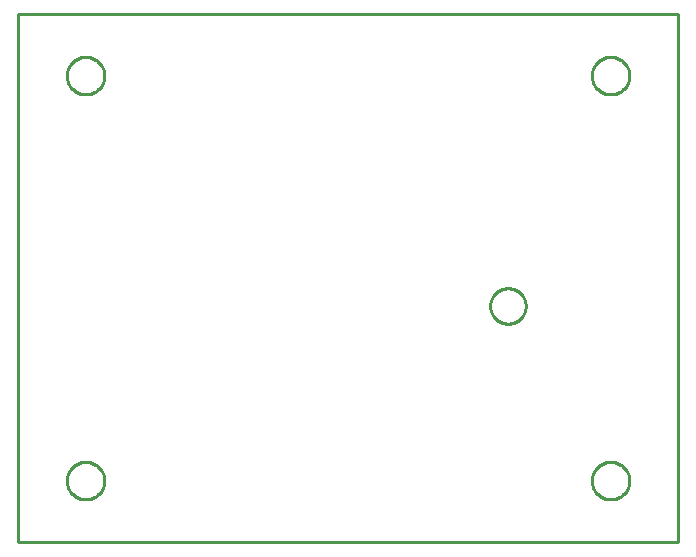
<source format=gbr>
G04 EAGLE Gerber X2 export*
%TF.Part,Single*%
%TF.FileFunction,Profile,NP*%
%TF.FilePolarity,Positive*%
%TF.GenerationSoftware,Autodesk,EAGLE,8.7.0*%
%TF.CreationDate,2018-04-13T05:44:18Z*%
G75*
%MOMM*%
%FSLAX34Y34*%
%LPD*%
%AMOC8*
5,1,8,0,0,1.08239X$1,22.5*%
G01*
%ADD10C,0.254000*%


D10*
X0Y0D02*
X558800Y0D01*
X558800Y447040D01*
X0Y447040D01*
X0Y0D01*
X73025Y51550D02*
X72957Y50513D01*
X72821Y49483D01*
X72619Y48463D01*
X72350Y47459D01*
X72015Y46475D01*
X71618Y45515D01*
X71158Y44583D01*
X70638Y43682D01*
X70061Y42818D01*
X69428Y41994D01*
X68743Y41212D01*
X68008Y40477D01*
X67226Y39792D01*
X66402Y39159D01*
X65538Y38582D01*
X64637Y38062D01*
X63705Y37602D01*
X62745Y37205D01*
X61761Y36870D01*
X60757Y36601D01*
X59737Y36399D01*
X58707Y36263D01*
X57670Y36195D01*
X56630Y36195D01*
X55593Y36263D01*
X54563Y36399D01*
X53543Y36601D01*
X52539Y36870D01*
X51555Y37205D01*
X50595Y37602D01*
X49663Y38062D01*
X48762Y38582D01*
X47898Y39159D01*
X47074Y39792D01*
X46292Y40477D01*
X45557Y41212D01*
X44872Y41994D01*
X44239Y42818D01*
X43662Y43682D01*
X43142Y44583D01*
X42682Y45515D01*
X42285Y46475D01*
X41950Y47459D01*
X41681Y48463D01*
X41479Y49483D01*
X41343Y50513D01*
X41275Y51550D01*
X41275Y52590D01*
X41343Y53627D01*
X41479Y54657D01*
X41681Y55677D01*
X41950Y56681D01*
X42285Y57665D01*
X42682Y58625D01*
X43142Y59557D01*
X43662Y60458D01*
X44239Y61322D01*
X44872Y62146D01*
X45557Y62928D01*
X46292Y63663D01*
X47074Y64348D01*
X47898Y64981D01*
X48762Y65558D01*
X49663Y66078D01*
X50595Y66538D01*
X51555Y66935D01*
X52539Y67270D01*
X53543Y67539D01*
X54563Y67741D01*
X55593Y67877D01*
X56630Y67945D01*
X57670Y67945D01*
X58707Y67877D01*
X59737Y67741D01*
X60757Y67539D01*
X61761Y67270D01*
X62745Y66935D01*
X63705Y66538D01*
X64637Y66078D01*
X65538Y65558D01*
X66402Y64981D01*
X67226Y64348D01*
X68008Y63663D01*
X68743Y62928D01*
X69428Y62146D01*
X70061Y61322D01*
X70638Y60458D01*
X71158Y59557D01*
X71618Y58625D01*
X72015Y57665D01*
X72350Y56681D01*
X72619Y55677D01*
X72821Y54657D01*
X72957Y53627D01*
X73025Y52590D01*
X73025Y51550D01*
X73025Y394450D02*
X72957Y393413D01*
X72821Y392383D01*
X72619Y391363D01*
X72350Y390359D01*
X72015Y389375D01*
X71618Y388415D01*
X71158Y387483D01*
X70638Y386582D01*
X70061Y385718D01*
X69428Y384894D01*
X68743Y384112D01*
X68008Y383377D01*
X67226Y382692D01*
X66402Y382059D01*
X65538Y381482D01*
X64637Y380962D01*
X63705Y380502D01*
X62745Y380105D01*
X61761Y379770D01*
X60757Y379501D01*
X59737Y379299D01*
X58707Y379163D01*
X57670Y379095D01*
X56630Y379095D01*
X55593Y379163D01*
X54563Y379299D01*
X53543Y379501D01*
X52539Y379770D01*
X51555Y380105D01*
X50595Y380502D01*
X49663Y380962D01*
X48762Y381482D01*
X47898Y382059D01*
X47074Y382692D01*
X46292Y383377D01*
X45557Y384112D01*
X44872Y384894D01*
X44239Y385718D01*
X43662Y386582D01*
X43142Y387483D01*
X42682Y388415D01*
X42285Y389375D01*
X41950Y390359D01*
X41681Y391363D01*
X41479Y392383D01*
X41343Y393413D01*
X41275Y394450D01*
X41275Y395490D01*
X41343Y396527D01*
X41479Y397557D01*
X41681Y398577D01*
X41950Y399581D01*
X42285Y400565D01*
X42682Y401525D01*
X43142Y402457D01*
X43662Y403358D01*
X44239Y404222D01*
X44872Y405046D01*
X45557Y405828D01*
X46292Y406563D01*
X47074Y407248D01*
X47898Y407881D01*
X48762Y408458D01*
X49663Y408978D01*
X50595Y409438D01*
X51555Y409835D01*
X52539Y410170D01*
X53543Y410439D01*
X54563Y410641D01*
X55593Y410777D01*
X56630Y410845D01*
X57670Y410845D01*
X58707Y410777D01*
X59737Y410641D01*
X60757Y410439D01*
X61761Y410170D01*
X62745Y409835D01*
X63705Y409438D01*
X64637Y408978D01*
X65538Y408458D01*
X66402Y407881D01*
X67226Y407248D01*
X68008Y406563D01*
X68743Y405828D01*
X69428Y405046D01*
X70061Y404222D01*
X70638Y403358D01*
X71158Y402457D01*
X71618Y401525D01*
X72015Y400565D01*
X72350Y399581D01*
X72619Y398577D01*
X72821Y397557D01*
X72957Y396527D01*
X73025Y395490D01*
X73025Y394450D01*
X517525Y394450D02*
X517457Y393413D01*
X517321Y392383D01*
X517119Y391363D01*
X516850Y390359D01*
X516515Y389375D01*
X516118Y388415D01*
X515658Y387483D01*
X515138Y386582D01*
X514561Y385718D01*
X513928Y384894D01*
X513243Y384112D01*
X512508Y383377D01*
X511726Y382692D01*
X510902Y382059D01*
X510038Y381482D01*
X509137Y380962D01*
X508205Y380502D01*
X507245Y380105D01*
X506261Y379770D01*
X505257Y379501D01*
X504237Y379299D01*
X503207Y379163D01*
X502170Y379095D01*
X501130Y379095D01*
X500093Y379163D01*
X499063Y379299D01*
X498043Y379501D01*
X497039Y379770D01*
X496055Y380105D01*
X495095Y380502D01*
X494163Y380962D01*
X493262Y381482D01*
X492398Y382059D01*
X491574Y382692D01*
X490792Y383377D01*
X490057Y384112D01*
X489372Y384894D01*
X488739Y385718D01*
X488162Y386582D01*
X487642Y387483D01*
X487182Y388415D01*
X486785Y389375D01*
X486450Y390359D01*
X486181Y391363D01*
X485979Y392383D01*
X485843Y393413D01*
X485775Y394450D01*
X485775Y395490D01*
X485843Y396527D01*
X485979Y397557D01*
X486181Y398577D01*
X486450Y399581D01*
X486785Y400565D01*
X487182Y401525D01*
X487642Y402457D01*
X488162Y403358D01*
X488739Y404222D01*
X489372Y405046D01*
X490057Y405828D01*
X490792Y406563D01*
X491574Y407248D01*
X492398Y407881D01*
X493262Y408458D01*
X494163Y408978D01*
X495095Y409438D01*
X496055Y409835D01*
X497039Y410170D01*
X498043Y410439D01*
X499063Y410641D01*
X500093Y410777D01*
X501130Y410845D01*
X502170Y410845D01*
X503207Y410777D01*
X504237Y410641D01*
X505257Y410439D01*
X506261Y410170D01*
X507245Y409835D01*
X508205Y409438D01*
X509137Y408978D01*
X510038Y408458D01*
X510902Y407881D01*
X511726Y407248D01*
X512508Y406563D01*
X513243Y405828D01*
X513928Y405046D01*
X514561Y404222D01*
X515138Y403358D01*
X515658Y402457D01*
X516118Y401525D01*
X516515Y400565D01*
X516850Y399581D01*
X517119Y398577D01*
X517321Y397557D01*
X517457Y396527D01*
X517525Y395490D01*
X517525Y394450D01*
X517525Y51550D02*
X517457Y50513D01*
X517321Y49483D01*
X517119Y48463D01*
X516850Y47459D01*
X516515Y46475D01*
X516118Y45515D01*
X515658Y44583D01*
X515138Y43682D01*
X514561Y42818D01*
X513928Y41994D01*
X513243Y41212D01*
X512508Y40477D01*
X511726Y39792D01*
X510902Y39159D01*
X510038Y38582D01*
X509137Y38062D01*
X508205Y37602D01*
X507245Y37205D01*
X506261Y36870D01*
X505257Y36601D01*
X504237Y36399D01*
X503207Y36263D01*
X502170Y36195D01*
X501130Y36195D01*
X500093Y36263D01*
X499063Y36399D01*
X498043Y36601D01*
X497039Y36870D01*
X496055Y37205D01*
X495095Y37602D01*
X494163Y38062D01*
X493262Y38582D01*
X492398Y39159D01*
X491574Y39792D01*
X490792Y40477D01*
X490057Y41212D01*
X489372Y41994D01*
X488739Y42818D01*
X488162Y43682D01*
X487642Y44583D01*
X487182Y45515D01*
X486785Y46475D01*
X486450Y47459D01*
X486181Y48463D01*
X485979Y49483D01*
X485843Y50513D01*
X485775Y51550D01*
X485775Y52590D01*
X485843Y53627D01*
X485979Y54657D01*
X486181Y55677D01*
X486450Y56681D01*
X486785Y57665D01*
X487182Y58625D01*
X487642Y59557D01*
X488162Y60458D01*
X488739Y61322D01*
X489372Y62146D01*
X490057Y62928D01*
X490792Y63663D01*
X491574Y64348D01*
X492398Y64981D01*
X493262Y65558D01*
X494163Y66078D01*
X495095Y66538D01*
X496055Y66935D01*
X497039Y67270D01*
X498043Y67539D01*
X499063Y67741D01*
X500093Y67877D01*
X501130Y67945D01*
X502170Y67945D01*
X503207Y67877D01*
X504237Y67741D01*
X505257Y67539D01*
X506261Y67270D01*
X507245Y66935D01*
X508205Y66538D01*
X509137Y66078D01*
X510038Y65558D01*
X510902Y64981D01*
X511726Y64348D01*
X512508Y63663D01*
X513243Y62928D01*
X513928Y62146D01*
X514561Y61322D01*
X515138Y60458D01*
X515658Y59557D01*
X516118Y58625D01*
X516515Y57665D01*
X516850Y56681D01*
X517119Y55677D01*
X517321Y54657D01*
X517457Y53627D01*
X517525Y52590D01*
X517525Y51550D01*
X429750Y199484D02*
X429674Y198416D01*
X429521Y197355D01*
X429293Y196308D01*
X428991Y195280D01*
X428617Y194276D01*
X428172Y193301D01*
X427658Y192361D01*
X427079Y191460D01*
X426437Y190602D01*
X425735Y189792D01*
X424978Y189035D01*
X424168Y188333D01*
X423310Y187691D01*
X422409Y187112D01*
X421469Y186598D01*
X420494Y186153D01*
X419490Y185779D01*
X418462Y185477D01*
X417415Y185249D01*
X416354Y185096D01*
X415286Y185020D01*
X414214Y185020D01*
X413146Y185096D01*
X412085Y185249D01*
X411038Y185477D01*
X410010Y185779D01*
X409006Y186153D01*
X408031Y186598D01*
X407091Y187112D01*
X406190Y187691D01*
X405332Y188333D01*
X404522Y189035D01*
X403765Y189792D01*
X403063Y190602D01*
X402421Y191460D01*
X401842Y192361D01*
X401328Y193301D01*
X400883Y194276D01*
X400509Y195280D01*
X400207Y196308D01*
X399979Y197355D01*
X399826Y198416D01*
X399750Y199484D01*
X399750Y200556D01*
X399826Y201624D01*
X399979Y202685D01*
X400207Y203732D01*
X400509Y204760D01*
X400883Y205764D01*
X401328Y206739D01*
X401842Y207679D01*
X402421Y208580D01*
X403063Y209438D01*
X403765Y210248D01*
X404522Y211005D01*
X405332Y211707D01*
X406190Y212349D01*
X407091Y212928D01*
X408031Y213442D01*
X409006Y213887D01*
X410010Y214261D01*
X411038Y214563D01*
X412085Y214791D01*
X413146Y214944D01*
X414214Y215020D01*
X415286Y215020D01*
X416354Y214944D01*
X417415Y214791D01*
X418462Y214563D01*
X419490Y214261D01*
X420494Y213887D01*
X421469Y213442D01*
X422409Y212928D01*
X423310Y212349D01*
X424168Y211707D01*
X424978Y211005D01*
X425735Y210248D01*
X426437Y209438D01*
X427079Y208580D01*
X427658Y207679D01*
X428172Y206739D01*
X428617Y205764D01*
X428991Y204760D01*
X429293Y203732D01*
X429521Y202685D01*
X429674Y201624D01*
X429750Y200556D01*
X429750Y199484D01*
X73025Y51550D02*
X72957Y50513D01*
X72821Y49483D01*
X72619Y48463D01*
X72350Y47459D01*
X72015Y46475D01*
X71618Y45515D01*
X71158Y44583D01*
X70638Y43682D01*
X70061Y42818D01*
X69428Y41994D01*
X68743Y41212D01*
X68008Y40477D01*
X67226Y39792D01*
X66402Y39159D01*
X65538Y38582D01*
X64637Y38062D01*
X63705Y37602D01*
X62745Y37205D01*
X61761Y36870D01*
X60757Y36601D01*
X59737Y36399D01*
X58707Y36263D01*
X57670Y36195D01*
X56630Y36195D01*
X55593Y36263D01*
X54563Y36399D01*
X53543Y36601D01*
X52539Y36870D01*
X51555Y37205D01*
X50595Y37602D01*
X49663Y38062D01*
X48762Y38582D01*
X47898Y39159D01*
X47074Y39792D01*
X46292Y40477D01*
X45557Y41212D01*
X44872Y41994D01*
X44239Y42818D01*
X43662Y43682D01*
X43142Y44583D01*
X42682Y45515D01*
X42285Y46475D01*
X41950Y47459D01*
X41681Y48463D01*
X41479Y49483D01*
X41343Y50513D01*
X41275Y51550D01*
X41275Y52590D01*
X41343Y53627D01*
X41479Y54657D01*
X41681Y55677D01*
X41950Y56681D01*
X42285Y57665D01*
X42682Y58625D01*
X43142Y59557D01*
X43662Y60458D01*
X44239Y61322D01*
X44872Y62146D01*
X45557Y62928D01*
X46292Y63663D01*
X47074Y64348D01*
X47898Y64981D01*
X48762Y65558D01*
X49663Y66078D01*
X50595Y66538D01*
X51555Y66935D01*
X52539Y67270D01*
X53543Y67539D01*
X54563Y67741D01*
X55593Y67877D01*
X56630Y67945D01*
X57670Y67945D01*
X58707Y67877D01*
X59737Y67741D01*
X60757Y67539D01*
X61761Y67270D01*
X62745Y66935D01*
X63705Y66538D01*
X64637Y66078D01*
X65538Y65558D01*
X66402Y64981D01*
X67226Y64348D01*
X68008Y63663D01*
X68743Y62928D01*
X69428Y62146D01*
X70061Y61322D01*
X70638Y60458D01*
X71158Y59557D01*
X71618Y58625D01*
X72015Y57665D01*
X72350Y56681D01*
X72619Y55677D01*
X72821Y54657D01*
X72957Y53627D01*
X73025Y52590D01*
X73025Y51550D01*
X73025Y394450D02*
X72957Y393413D01*
X72821Y392383D01*
X72619Y391363D01*
X72350Y390359D01*
X72015Y389375D01*
X71618Y388415D01*
X71158Y387483D01*
X70638Y386582D01*
X70061Y385718D01*
X69428Y384894D01*
X68743Y384112D01*
X68008Y383377D01*
X67226Y382692D01*
X66402Y382059D01*
X65538Y381482D01*
X64637Y380962D01*
X63705Y380502D01*
X62745Y380105D01*
X61761Y379770D01*
X60757Y379501D01*
X59737Y379299D01*
X58707Y379163D01*
X57670Y379095D01*
X56630Y379095D01*
X55593Y379163D01*
X54563Y379299D01*
X53543Y379501D01*
X52539Y379770D01*
X51555Y380105D01*
X50595Y380502D01*
X49663Y380962D01*
X48762Y381482D01*
X47898Y382059D01*
X47074Y382692D01*
X46292Y383377D01*
X45557Y384112D01*
X44872Y384894D01*
X44239Y385718D01*
X43662Y386582D01*
X43142Y387483D01*
X42682Y388415D01*
X42285Y389375D01*
X41950Y390359D01*
X41681Y391363D01*
X41479Y392383D01*
X41343Y393413D01*
X41275Y394450D01*
X41275Y395490D01*
X41343Y396527D01*
X41479Y397557D01*
X41681Y398577D01*
X41950Y399581D01*
X42285Y400565D01*
X42682Y401525D01*
X43142Y402457D01*
X43662Y403358D01*
X44239Y404222D01*
X44872Y405046D01*
X45557Y405828D01*
X46292Y406563D01*
X47074Y407248D01*
X47898Y407881D01*
X48762Y408458D01*
X49663Y408978D01*
X50595Y409438D01*
X51555Y409835D01*
X52539Y410170D01*
X53543Y410439D01*
X54563Y410641D01*
X55593Y410777D01*
X56630Y410845D01*
X57670Y410845D01*
X58707Y410777D01*
X59737Y410641D01*
X60757Y410439D01*
X61761Y410170D01*
X62745Y409835D01*
X63705Y409438D01*
X64637Y408978D01*
X65538Y408458D01*
X66402Y407881D01*
X67226Y407248D01*
X68008Y406563D01*
X68743Y405828D01*
X69428Y405046D01*
X70061Y404222D01*
X70638Y403358D01*
X71158Y402457D01*
X71618Y401525D01*
X72015Y400565D01*
X72350Y399581D01*
X72619Y398577D01*
X72821Y397557D01*
X72957Y396527D01*
X73025Y395490D01*
X73025Y394450D01*
X517525Y394450D02*
X517457Y393413D01*
X517321Y392383D01*
X517119Y391363D01*
X516850Y390359D01*
X516515Y389375D01*
X516118Y388415D01*
X515658Y387483D01*
X515138Y386582D01*
X514561Y385718D01*
X513928Y384894D01*
X513243Y384112D01*
X512508Y383377D01*
X511726Y382692D01*
X510902Y382059D01*
X510038Y381482D01*
X509137Y380962D01*
X508205Y380502D01*
X507245Y380105D01*
X506261Y379770D01*
X505257Y379501D01*
X504237Y379299D01*
X503207Y379163D01*
X502170Y379095D01*
X501130Y379095D01*
X500093Y379163D01*
X499063Y379299D01*
X498043Y379501D01*
X497039Y379770D01*
X496055Y380105D01*
X495095Y380502D01*
X494163Y380962D01*
X493262Y381482D01*
X492398Y382059D01*
X491574Y382692D01*
X490792Y383377D01*
X490057Y384112D01*
X489372Y384894D01*
X488739Y385718D01*
X488162Y386582D01*
X487642Y387483D01*
X487182Y388415D01*
X486785Y389375D01*
X486450Y390359D01*
X486181Y391363D01*
X485979Y392383D01*
X485843Y393413D01*
X485775Y394450D01*
X485775Y395490D01*
X485843Y396527D01*
X485979Y397557D01*
X486181Y398577D01*
X486450Y399581D01*
X486785Y400565D01*
X487182Y401525D01*
X487642Y402457D01*
X488162Y403358D01*
X488739Y404222D01*
X489372Y405046D01*
X490057Y405828D01*
X490792Y406563D01*
X491574Y407248D01*
X492398Y407881D01*
X493262Y408458D01*
X494163Y408978D01*
X495095Y409438D01*
X496055Y409835D01*
X497039Y410170D01*
X498043Y410439D01*
X499063Y410641D01*
X500093Y410777D01*
X501130Y410845D01*
X502170Y410845D01*
X503207Y410777D01*
X504237Y410641D01*
X505257Y410439D01*
X506261Y410170D01*
X507245Y409835D01*
X508205Y409438D01*
X509137Y408978D01*
X510038Y408458D01*
X510902Y407881D01*
X511726Y407248D01*
X512508Y406563D01*
X513243Y405828D01*
X513928Y405046D01*
X514561Y404222D01*
X515138Y403358D01*
X515658Y402457D01*
X516118Y401525D01*
X516515Y400565D01*
X516850Y399581D01*
X517119Y398577D01*
X517321Y397557D01*
X517457Y396527D01*
X517525Y395490D01*
X517525Y394450D01*
X517525Y51550D02*
X517457Y50513D01*
X517321Y49483D01*
X517119Y48463D01*
X516850Y47459D01*
X516515Y46475D01*
X516118Y45515D01*
X515658Y44583D01*
X515138Y43682D01*
X514561Y42818D01*
X513928Y41994D01*
X513243Y41212D01*
X512508Y40477D01*
X511726Y39792D01*
X510902Y39159D01*
X510038Y38582D01*
X509137Y38062D01*
X508205Y37602D01*
X507245Y37205D01*
X506261Y36870D01*
X505257Y36601D01*
X504237Y36399D01*
X503207Y36263D01*
X502170Y36195D01*
X501130Y36195D01*
X500093Y36263D01*
X499063Y36399D01*
X498043Y36601D01*
X497039Y36870D01*
X496055Y37205D01*
X495095Y37602D01*
X494163Y38062D01*
X493262Y38582D01*
X492398Y39159D01*
X491574Y39792D01*
X490792Y40477D01*
X490057Y41212D01*
X489372Y41994D01*
X488739Y42818D01*
X488162Y43682D01*
X487642Y44583D01*
X487182Y45515D01*
X486785Y46475D01*
X486450Y47459D01*
X486181Y48463D01*
X485979Y49483D01*
X485843Y50513D01*
X485775Y51550D01*
X485775Y52590D01*
X485843Y53627D01*
X485979Y54657D01*
X486181Y55677D01*
X486450Y56681D01*
X486785Y57665D01*
X487182Y58625D01*
X487642Y59557D01*
X488162Y60458D01*
X488739Y61322D01*
X489372Y62146D01*
X490057Y62928D01*
X490792Y63663D01*
X491574Y64348D01*
X492398Y64981D01*
X493262Y65558D01*
X494163Y66078D01*
X495095Y66538D01*
X496055Y66935D01*
X497039Y67270D01*
X498043Y67539D01*
X499063Y67741D01*
X500093Y67877D01*
X501130Y67945D01*
X502170Y67945D01*
X503207Y67877D01*
X504237Y67741D01*
X505257Y67539D01*
X506261Y67270D01*
X507245Y66935D01*
X508205Y66538D01*
X509137Y66078D01*
X510038Y65558D01*
X510902Y64981D01*
X511726Y64348D01*
X512508Y63663D01*
X513243Y62928D01*
X513928Y62146D01*
X514561Y61322D01*
X515138Y60458D01*
X515658Y59557D01*
X516118Y58625D01*
X516515Y57665D01*
X516850Y56681D01*
X517119Y55677D01*
X517321Y54657D01*
X517457Y53627D01*
X517525Y52590D01*
X517525Y51550D01*
X429750Y199484D02*
X429674Y198416D01*
X429521Y197355D01*
X429293Y196308D01*
X428991Y195280D01*
X428617Y194276D01*
X428172Y193301D01*
X427658Y192361D01*
X427079Y191460D01*
X426437Y190602D01*
X425735Y189792D01*
X424978Y189035D01*
X424168Y188333D01*
X423310Y187691D01*
X422409Y187112D01*
X421469Y186598D01*
X420494Y186153D01*
X419490Y185779D01*
X418462Y185477D01*
X417415Y185249D01*
X416354Y185096D01*
X415286Y185020D01*
X414214Y185020D01*
X413146Y185096D01*
X412085Y185249D01*
X411038Y185477D01*
X410010Y185779D01*
X409006Y186153D01*
X408031Y186598D01*
X407091Y187112D01*
X406190Y187691D01*
X405332Y188333D01*
X404522Y189035D01*
X403765Y189792D01*
X403063Y190602D01*
X402421Y191460D01*
X401842Y192361D01*
X401328Y193301D01*
X400883Y194276D01*
X400509Y195280D01*
X400207Y196308D01*
X399979Y197355D01*
X399826Y198416D01*
X399750Y199484D01*
X399750Y200556D01*
X399826Y201624D01*
X399979Y202685D01*
X400207Y203732D01*
X400509Y204760D01*
X400883Y205764D01*
X401328Y206739D01*
X401842Y207679D01*
X402421Y208580D01*
X403063Y209438D01*
X403765Y210248D01*
X404522Y211005D01*
X405332Y211707D01*
X406190Y212349D01*
X407091Y212928D01*
X408031Y213442D01*
X409006Y213887D01*
X410010Y214261D01*
X411038Y214563D01*
X412085Y214791D01*
X413146Y214944D01*
X414214Y215020D01*
X415286Y215020D01*
X416354Y214944D01*
X417415Y214791D01*
X418462Y214563D01*
X419490Y214261D01*
X420494Y213887D01*
X421469Y213442D01*
X422409Y212928D01*
X423310Y212349D01*
X424168Y211707D01*
X424978Y211005D01*
X425735Y210248D01*
X426437Y209438D01*
X427079Y208580D01*
X427658Y207679D01*
X428172Y206739D01*
X428617Y205764D01*
X428991Y204760D01*
X429293Y203732D01*
X429521Y202685D01*
X429674Y201624D01*
X429750Y200556D01*
X429750Y199484D01*
M02*

</source>
